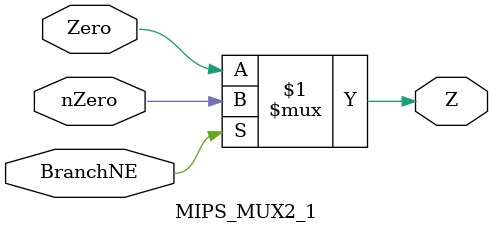
<source format=sv>
module MIPS_MUX2_1(input logic Zero, nZero, BranchNE, output logic Z);

	assign Z = BranchNE ? nZero : Zero;

endmodule

</source>
